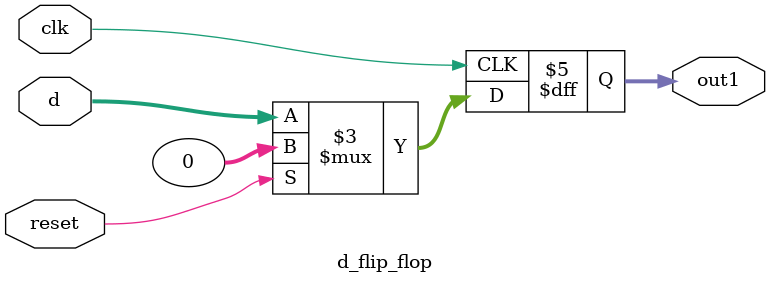
<source format=v>
`timescale 1ns / 1ps


module d_flip_flop(d, clk, reset, out1);
    input [31:0]d;
    input clk, reset;
    output reg [31:0]out1;
    
    always @(posedge clk) begin
        if (reset)
            out1 <= 0;
        else
            out1 <= d;
    end
endmodule

</source>
